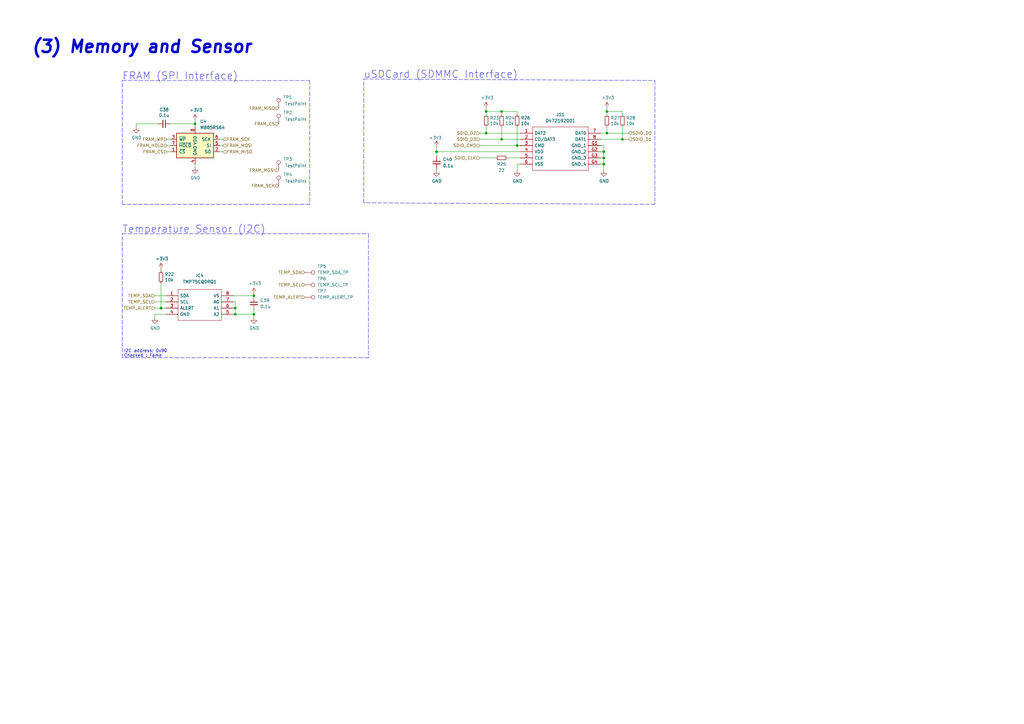
<source format=kicad_sch>
(kicad_sch (version 20211123) (generator eeschema)
  (paper "A3")
  (title_block (title "Power") (date "2021-12-27") (rev "REV1") (company "FIBO") (comment 2 "Design By Kittitouch Lelapiyamit"))
  (lib_symbols
    (symbol "0472192001:0472192001" (pin_names (offset 0.762))
      (property "Reference" "J" (at 29.21 7.62 0))
      (property "Value" "0472192001" (at 29.21 5.08 0))
      (symbol "0472192001_0_0"
        (pin passive line (at 0 0 0) (length 5.08) (name "DAT2") (number "1"))
        (pin passive line (at 0 -2.54 0) (length 5.08) (name "CD/DAT3") (number "2"))
        (pin passive line (at 0 -5.08 0) (length 5.08) (name "CMD") (number "3"))
        (pin passive line (at 0 -7.62 0) (length 5.08) (name "VDD") (number "4"))
        (pin passive line (at 0 -10.16 0) (length 5.08) (name "CLK") (number "5"))
        (pin passive line (at 0 -12.7 0) (length 5.08) (name "VSS") (number "6"))
        (pin passive line (at 33.02 0 180) (length 5.08) (name "DAT0") (number "7"))
        (pin passive line (at 33.02 -2.54 180) (length 5.08) (name "DAT1") (number "8"))
        (pin passive line (at 33.02 -5.08 180) (length 5.08) (name "GND_1") (number "G1"))
        (pin passive line (at 33.02 -7.62 180) (length 5.08) (name "GND_2") (number "G2"))
        (pin passive line (at 33.02 -10.16 180) (length 5.08) (name "GND_3") (number "G3"))
        (pin passive line (at 33.02 -12.7 180) (length 5.08) (name "GND_4") (number "G4"))
      )
      (symbol "0472192001_0_1"
        (polyline (pts (xy 5.08 2.54) (xy 27.94 2.54) (xy 27.94 -15.24) (xy 5.08 -15.24) (xy 5.08 2.54)) (stroke (width 0.1524)))
      )
    )
    (symbol "Connector:TestPoint" (pin_numbers hide) (pin_names (offset 0.762) hide)
      (property "Reference" "TP" (at 0 6.858 0))
      (property "Value" "TestPoint" (at 0 5.08 0))
      (symbol "TestPoint_0_1"
        (circle (center 0 3.302) (radius 0.762))
      )
      (symbol "TestPoint_1_1"
        (pin passive line (at 0 0 90) (length 2.54) (name "1") (number "1"))
      )
    )
    (symbol "Device:C_Small" (pin_numbers hide) (pin_names (offset 0.254) hide)
      (property "Reference" "C" (at 0.254 1.778 0))
      (property "Value" "C_Small" (at 0.254 -2.032 0))
      (symbol "C_Small_0_1"
        (polyline (pts (xy -1.524 -0.508) (xy 1.524 -0.508)) (stroke (width 0.3302)))
        (polyline (pts (xy -1.524 0.508) (xy 1.524 0.508)) (stroke (width 0.3048)))
      )
      (symbol "C_Small_1_1"
        (pin passive line (at 0 2.54 270) (length 2.032) (name "~") (number "1"))
        (pin passive line (at 0 -2.54 90) (length 2.032) (name "~") (number "2"))
      )
    )
    (symbol "Device:R_Small" (pin_numbers hide) (pin_names (offset 0.254) hide)
      (property "Reference" "R" (at 0.762 0.508 0))
      (property "Value" "R_Small" (at 0.762 -1.016 0))
      (symbol "R_Small_0_1"
        (rectangle (start -0.762 1.778) (end 0.762 -1.778) (stroke (width 0.2032)))
      )
      (symbol "R_Small_1_1"
        (pin passive line (at 0 2.54 270) (length 0.762) (name "~") (number "1"))
        (pin passive line (at 0 -2.54 90) (length 0.762) (name "~") (number "2"))
      )
    )
    (symbol "Memory_NVRAM:MB85RS64" (pin_names (offset 1.016))
      (property "Reference" "U" (at -7.62 6.35 0))
      (property "Value" "MB85RS64" (at 1.27 6.35 0))
      (symbol "MB85RS64_0_1"
        (rectangle (start -7.62 5.08) (end 7.62 -5.08) (stroke (width 0.254)) (fill (type background)))
      )
      (symbol "MB85RS64_1_1"
        (pin input line (at -10.16 -2.54 0) (length 2.54) (name "~{CS}") (number "1"))
        (pin output line (at 10.16 -2.54 180) (length 2.54) (name "SO") (number "2"))
        (pin input line (at -10.16 2.54 0) (length 2.54) (name "~{WP}") (number "3"))
        (pin power_in line (at 0 -7.62 90) (length 2.54) (name "GND") (number "4"))
        (pin input line (at 10.16 0 180) (length 2.54) (name "SI") (number "5"))
        (pin input line (at 10.16 2.54 180) (length 2.54) (name "SCK") (number "6"))
        (pin input line (at -10.16 0 0) (length 2.54) (name "~{HOLD}") (number "7"))
        (pin power_in line (at 0 7.62 270) (length 2.54) (name "VDD") (number "8"))
      )
    )
    (symbol "TMP75CQDRQ1:TMP75CQDRQ1" (pin_names (offset 0.762))
      (property "Reference" "IC" (at 24.13 7.62 0))
      (property "Value" "TMP75CQDRQ1" (at 24.13 5.08 0))
      (symbol "TMP75CQDRQ1_0_0"
        (pin passive line (at 0 0 0) (length 5.08) (name "SDA") (number "1"))
        (pin passive line (at 0 -2.54 0) (length 5.08) (name "SCL") (number "2"))
        (pin passive line (at 0 -5.08 0) (length 5.08) (name "ALERT") (number "3"))
        (pin passive line (at 0 -7.62 0) (length 5.08) (name "GND") (number "4"))
        (pin passive line (at 27.94 -7.62 180) (length 5.08) (name "A2") (number "5"))
        (pin passive line (at 27.94 -5.08 180) (length 5.08) (name "A1") (number "6"))
        (pin passive line (at 27.94 -2.54 180) (length 5.08) (name "A0") (number "7"))
        (pin passive line (at 27.94 0 180) (length 5.08) (name "VS") (number "8"))
      )
      (symbol "TMP75CQDRQ1_0_1"
        (polyline (pts (xy 5.08 2.54) (xy 22.86 2.54) (xy 22.86 -10.16) (xy 5.08 -10.16) (xy 5.08 2.54)) (stroke (width 0.1524)))
      )
    )
    (symbol "power:+3.3V" (power) (pin_names (offset 0))
      (property "Value" "+3.3V" (at 0 3.556 0))
      (symbol "+3.3V_0_1"
        (polyline (pts (xy -0.762 1.27) (xy 0 2.54)))
        (polyline (pts (xy 0 0) (xy 0 2.54)))
        (polyline (pts (xy 0 2.54) (xy 0.762 1.27)))
      )
      (symbol "+3.3V_1_1"
        (pin power_in line (at 0 0 90) (length 0) hide (name "+3V3") (number "1"))
      )
    )
    (symbol "power:GND" (power) (pin_names (offset 0))
      (property "Value" "GND" (at 0 -3.81 0))
      (symbol "GND_0_1"
        (polyline (pts (xy 0 0) (xy 0 -1.27) (xy 1.27 -1.27) (xy 0 -2.54) (xy -1.27 -1.27) (xy 0 -1.27)))
      )
      (symbol "GND_1_1"
        (pin power_in line (at 0 0 270) (length 0) hide (name "GND") (number "1"))
      )
    )
  )
  (junction (at 179.07 62.23))
  (junction (at 247.65 67.31))
  (junction (at 205.74 45.72))
  (junction (at 199.39 45.72))
  (junction (at 96.52 126.365))
  (junction (at 247.65 64.77))
  (junction (at 248.92 45.72))
  (junction (at 212.09 59.69))
  (junction (at 80.01 50.8))
  (junction (at 104.14 128.905))
  (junction (at 96.52 128.905))
  (junction (at 199.39 54.61))
  (junction (at 247.65 62.23))
  (junction (at 205.74 57.15))
  (junction (at 104.14 121.285))
  (junction (at 255.27 57.15))
  (junction (at 66.04 126.365))
  (junction (at 248.92 54.61))
  (polyline (pts (xy 151.13 146.685) (xy 50.165 146.685)))
  (wire (pts (xy 55.88 50.8) (xy 64.77 50.8)))
  (wire (pts (xy 63.5 128.905) (xy 63.5 130.175)))
  (wire (pts (xy 196.85 59.69) (xy 212.09 59.69)))
  (wire (pts (xy 63.5 123.825) (xy 67.945 123.825)))
  (wire (pts (xy 196.85 64.77) (xy 203.2 64.77)))
  (wire (pts (xy 246.38 64.77) (xy 247.65 64.77)))
  (wire (pts (xy 212.09 67.31) (xy 212.09 69.85)))
  (wire (pts (xy 95.885 123.825) (xy 96.52 123.825)))
  (wire (pts (xy 179.07 69.85) (xy 179.07 69.215)))
  (wire (pts (xy 199.39 44.45) (xy 199.39 45.72)))
  (wire (pts (xy 96.52 126.365) (xy 96.52 128.905)))
  (wire (pts (xy 213.36 54.61) (xy 199.39 54.61)))
  (wire (pts (xy 247.65 67.31) (xy 247.65 69.85)))
  (wire (pts (xy 248.92 54.61) (xy 257.81 54.61)))
  (polyline (pts (xy 50.165 95.885) (xy 151.13 95.885)))
  (wire (pts (xy 66.04 126.365) (xy 66.04 116.205)))
  (wire (pts (xy 205.74 57.15) (xy 213.36 57.15)))
  (wire (pts (xy 91.44 62.23) (xy 90.17 62.23)))
  (polyline (pts (xy 50.165 83.82) (xy 50.165 33.02)))
  (wire (pts (xy 248.92 45.72) (xy 255.27 45.72)))
  (wire (pts (xy 63.5 121.285) (xy 67.945 121.285)))
  (wire (pts (xy 96.52 123.825) (xy 96.52 126.365)))
  (wire (pts (xy 80.01 50.8) (xy 80.01 52.07)))
  (wire (pts (xy 247.65 64.77) (xy 247.65 67.31)))
  (wire (pts (xy 91.44 59.69) (xy 90.17 59.69)))
  (polyline (pts (xy 127 33.02) (xy 127 83.82)))
  (wire (pts (xy 248.92 45.72) (xy 248.92 46.99)))
  (polyline (pts (xy 50.165 33.02) (xy 127 33.02)))
  (wire (pts (xy 199.39 45.72) (xy 205.74 45.72)))
  (polyline (pts (xy 268.605 83.82) (xy 149.225 83.185)))
  (wire (pts (xy 246.38 59.69) (xy 247.65 59.69)))
  (wire (pts (xy 179.07 62.23) (xy 213.36 62.23)))
  (wire (pts (xy 66.04 110.49) (xy 66.04 111.125)))
  (wire (pts (xy 69.85 62.23) (xy 68.58 62.23)))
  (wire (pts (xy 247.65 62.23) (xy 247.65 64.77)))
  (wire (pts (xy 196.85 57.15) (xy 205.74 57.15)))
  (wire (pts (xy 205.74 45.72) (xy 205.74 46.99)))
  (wire (pts (xy 255.27 45.72) (xy 255.27 46.99)))
  (wire (pts (xy 199.39 52.07) (xy 199.39 54.61)))
  (wire (pts (xy 63.5 126.365) (xy 66.04 126.365)))
  (polyline (pts (xy 151.13 95.885) (xy 151.13 146.685)))
  (wire (pts (xy 104.14 121.285) (xy 104.14 121.92)))
  (wire (pts (xy 255.27 52.07) (xy 255.27 57.15)))
  (wire (pts (xy 67.945 128.905) (xy 63.5 128.905)))
  (wire (pts (xy 199.39 45.72) (xy 199.39 46.99)))
  (wire (pts (xy 104.14 128.905) (xy 104.14 130.175)))
  (wire (pts (xy 80.01 67.31) (xy 80.01 68.58)))
  (wire (pts (xy 212.09 46.99) (xy 212.09 45.72)))
  (wire (pts (xy 80.01 49.53) (xy 80.01 50.8)))
  (wire (pts (xy 246.38 62.23) (xy 247.65 62.23)))
  (wire (pts (xy 179.07 60.325) (xy 179.07 62.23)))
  (wire (pts (xy 95.885 126.365) (xy 96.52 126.365)))
  (wire (pts (xy 95.885 121.285) (xy 104.14 121.285)))
  (wire (pts (xy 55.88 52.07) (xy 55.88 50.8)))
  (polyline (pts (xy 127 83.82) (xy 50.165 83.82)))
  (wire (pts (xy 246.38 67.31) (xy 247.65 67.31)))
  (wire (pts (xy 96.52 128.905) (xy 104.14 128.905)))
  (wire (pts (xy 246.38 57.15) (xy 255.27 57.15)))
  (wire (pts (xy 205.74 52.07) (xy 205.74 57.15)))
  (wire (pts (xy 96.52 128.905) (xy 95.885 128.905)))
  (wire (pts (xy 104.14 127) (xy 104.14 128.905)))
  (wire (pts (xy 248.92 52.07) (xy 248.92 54.61)))
  (wire (pts (xy 69.85 57.15) (xy 68.58 57.15)))
  (wire (pts (xy 80.01 50.8) (xy 69.85 50.8)))
  (wire (pts (xy 199.39 54.61) (xy 196.85 54.61)))
  (wire (pts (xy 68.58 59.69) (xy 69.85 59.69)))
  (wire (pts (xy 247.65 59.69) (xy 247.65 62.23)))
  (wire (pts (xy 212.09 45.72) (xy 205.74 45.72)))
  (polyline (pts (xy 149.225 32.385) (xy 268.605 33.02)))
  (wire (pts (xy 248.92 44.45) (xy 248.92 45.72)))
  (wire (pts (xy 67.945 126.365) (xy 66.04 126.365)))
  (wire (pts (xy 212.09 52.07) (xy 212.09 59.69)))
  (wire (pts (xy 179.07 62.23) (xy 179.07 64.135)))
  (wire (pts (xy 213.36 64.77) (xy 208.28 64.77)))
  (wire (pts (xy 104.14 120.65) (xy 104.14 121.285)))
  (wire (pts (xy 246.38 54.61) (xy 248.92 54.61)))
  (polyline (pts (xy 149.225 83.185) (xy 149.225 32.385)))
  (wire (pts (xy 91.44 57.15) (xy 90.17 57.15)))
  (polyline (pts (xy 50.165 146.685) (xy 50.165 95.885)))
  (wire (pts (xy 255.27 57.15) (xy 257.81 57.15)))
  (polyline (pts (xy 268.605 33.02) (xy 268.605 83.82)))
  (wire (pts (xy 212.09 67.31) (xy 213.36 67.31)))
  (wire (pts (xy 212.09 59.69) (xy 213.36 59.69)))
  (text "Temperature Sensor (I2C)" (at 50.165 95.885 0) (effects (font (size 3 3)) (justify left bottom)))
  (text "uSDCard (SDMMC Interface)" (at 149.225 32.385 0) (effects (font (size 3 3)) (justify left bottom)))
  (text "Checked : Fame\n" (at 50.8 146.685 0) (effects (font (size 1.27 1.27)) (justify left bottom)))
  (text "I2C address: 0x90\n" (at 50.8 144.78 0) (effects (font (size 1.27 1.27)) (justify left bottom)))
  (text "FRAM (SPI Interface)" (at 50.165 33.02 0) (effects (font (size 3 3)) (justify left bottom)))
  (text "(3) Memory and Sensor" (at 12.7 22.225 0) (effects (font (size 5 5) (thickness 1) bold italic) (justify left bottom)))
  (hierarchical_label "FRAM_WP" (shape input) (at 68.58 57.15 180))
  (hierarchical_label "TEMP_ALERT" (shape input) (at 125.095 121.92 180))
  (hierarchical_label "SDIO_CMD" (shape input) (at 196.85 59.69 180))
  (hierarchical_label "SDIO_D0" (shape input) (at 257.81 54.61 0))
  (hierarchical_label "SDIO_D3" (shape input) (at 196.85 57.15 180))
  (hierarchical_label "FRAM_MOSI" (shape input) (at 91.44 59.69 0))
  (hierarchical_label "TEMP_ALERT" (shape input) (at 63.5 126.365 180))
  (hierarchical_label "FRAM_MOSI" (shape input) (at 114.3 69.85 180))
  (hierarchical_label "FRAM_SCK" (shape input) (at 91.44 57.15 0))
  (hierarchical_label "FRAM_CS" (shape input) (at 68.58 62.23 180))
  (hierarchical_label "TEMP_SCL" (shape input) (at 63.5 123.825 180))
  (hierarchical_label "SDIO_D1" (shape input) (at 257.81 57.15 0))
  (hierarchical_label "TEMP_SCL" (shape input) (at 125.095 116.84 180))
  (hierarchical_label "TEMP_SDA" (shape input) (at 63.5 121.285 180))
  (hierarchical_label "FRAM_MISO" (shape input) (at 114.3 44.45 180))
  (hierarchical_label "SDIO_CLK" (shape input) (at 196.85 64.77 180))
  (hierarchical_label "FRAM_SCK" (shape input) (at 114.3 76.2 180))
  (hierarchical_label "FRAM_MISO" (shape input) (at 91.44 62.23 0))
  (hierarchical_label "FRAM_HOLD" (shape input) (at 68.58 59.69 180))
  (hierarchical_label "FRAM_CS" (shape input) (at 114.3 50.8 180))
  (hierarchical_label "TEMP_SDA" (shape input) (at 125.095 111.76 180))
  (hierarchical_label "SDIO_D2" (shape input) (at 196.85 54.61 180))
  (symbol (lib_id "Device:R_Small") (at 66.04 113.665 0) (unit 1)
    (property "Reference" "R22" (at 67.5386 112.4966 0) (effects (justify left)))
    (property "Value" "10k" (at 67.5386 114.808 0) (effects (justify left)))
    (property "Footprint" "Resistor_SMD:R_0603_1608Metric_Pad0.98x0.95mm_HandSolder" (effects hide))
  )
  (symbol (lib_id "Device:C_Small") (at 179.07 66.675 0) (unit 1)
    (property "Reference" "C40" (at 181.61 65.4112 0) (effects (justify left)))
    (property "Value" "0.1u" (at 181.61 67.9512 0) (effects (justify left)))
    (property "Footprint" "Capacitor_SMD:C_0603_1608Metric_Pad1.08x0.95mm_HandSolder" (effects hide))
  )
  (symbol (lib_id "Connector:TestPoint") (at 114.3 44.45 0) (unit 1)
    (property "Reference" "TP1" (at 116.205 39.8779 0) (effects (justify left)))
    (property "Value" "TestPoint" (at 116.84 42.545 0) (effects (justify left)))
    (property "Footprint" "TestPoint:TestPoint_THTPad_1.5x1.5mm_Drill0.7mm" (effects hide))
  )
  (symbol (lib_id "Device:R_Small") (at 248.92 49.53 0) (unit 1)
    (property "Reference" "R27" (at 250.4186 48.3616 0) (effects (justify left)))
    (property "Value" "10k" (at 250.4186 50.673 0) (effects (justify left)))
    (property "Footprint" "Resistor_SMD:R_0603_1608Metric_Pad0.98x0.95mm_HandSolder" (effects hide))
  )
  (symbol (lib_id "Device:R_Small") (at 205.74 64.77 90) (unit 1)
    (property "Reference" "R25" (at 205.74 67.31 90))
    (property "Value" "22" (at 205.74 69.85 90))
    (property "Footprint" "Resistor_SMD:R_0603_1608Metric_Pad0.98x0.95mm_HandSolder" (effects hide))
  )
  (symbol (lib_id "power:+3.3V") (at 104.14 120.65 0) (unit 1)
    (property "Reference" "#PWR087" (effects hide))
    (property "Value" "+3.3V" (at 104.521 116.2558 0))
  )
  (symbol (lib_id "Device:C_Small") (at 104.14 124.46 0) (unit 1)
    (property "Reference" "C39" (at 106.68 123.1962 0) (effects (justify left)))
    (property "Value" "0.1u" (at 106.68 125.7362 0) (effects (justify left)))
    (property "Footprint" "Capacitor_SMD:C_0603_1608Metric_Pad1.08x0.95mm_HandSolder" (effects hide))
  )
  (symbol (lib_id "power:GND") (at 63.5 130.175 0) (unit 1)
    (property "Reference" "#PWR083" (effects hide))
    (property "Value" "GND" (at 63.627 134.5692 0))
  )
  (symbol (lib_id "power:+3.3V") (at 80.01 49.53 0) (unit 1)
    (property "Reference" "#PWR085" (effects hide))
    (property "Value" "+3.3V" (at 80.391 45.1358 0))
  )
  (symbol (lib_id "power:+3.3V") (at 179.07 60.325 0) (unit 1)
    (property "Reference" "#PWR089" (effects hide))
    (property "Value" "+3.3V" (at 175.895 56.515 0) (effects (justify left)))
  )
  (symbol (lib_id "power:+3.3V") (at 199.39 44.45 0) (unit 1)
    (property "Reference" "#PWR091" (effects hide))
    (property "Value" "+3.3V" (at 199.771 40.0558 0))
  )
  (symbol (lib_id "power:GND") (at 80.01 68.58 0) (unit 1)
    (property "Reference" "#PWR086" (effects hide))
    (property "Value" "GND" (at 80.137 72.9742 0))
  )
  (symbol (lib_id "power:GND") (at 212.09 69.85 0) (unit 1)
    (property "Reference" "#PWR092" (effects hide))
    (property "Value" "GND" (at 212.217 74.2442 0))
  )
  (symbol (lib_id "power:+3.3V") (at 248.92 44.45 0) (unit 1)
    (property "Reference" "#PWR094" (effects hide))
    (property "Value" "+3.3V" (at 249.301 40.0558 0))
  )
  (symbol (lib_id "Connector:TestPoint") (at 125.095 111.76 270) (unit 1)
    (property "Reference" "TP5" (at 130.175 109.22 90) (effects (justify left)))
    (property "Value" "TEMP_SDA_TP" (at 130.175 111.76 90) (effects (justify left)))
    (property "Footprint" "TestPoint:TestPoint_THTPad_1.5x1.5mm_Drill0.7mm" (effects hide))
  )
  (symbol (lib_id "Connector:TestPoint") (at 114.3 69.85 0) (unit 1)
    (property "Reference" "TP3" (at 116.205 65.2779 0) (effects (justify left)))
    (property "Value" "TestPoint" (at 116.84 67.945 0) (effects (justify left)))
    (property "Footprint" "TestPoint:TestPoint_THTPad_1.5x1.5mm_Drill0.7mm" (effects hide))
  )
  (symbol (lib_id "power:GND") (at 179.07 69.85 0) (unit 1)
    (property "Reference" "#PWR090" (effects hide))
    (property "Value" "GND" (at 179.197 74.2442 0))
  )
  (symbol (lib_id "Connector:TestPoint") (at 114.3 76.2 0) (unit 1)
    (property "Reference" "TP4" (at 116.205 71.6279 0) (effects (justify left)))
    (property "Value" "TestPoint" (at 116.84 74.295 0) (effects (justify left)))
    (property "Footprint" "TestPoint:TestPoint_THTPad_1.5x1.5mm_Drill0.7mm" (effects hide))
  )
  (symbol (lib_id "0472192001:0472192001") (at 213.36 54.61 0) (unit 1)
    (property "Reference" "J11" (at 229.87 46.99 0))
    (property "Value" "0472192001" (at 229.87 49.53 0))
    (property "Footprint" "0472192001:0472192001" (effects hide))
    (property "Datasheet" "https://www.molex.com/pdm_docs/sd/472192001_sd.pdf" (effects hide))
    (property "Description" "Memory Card Connectors 1.10MM MICRO SD 08P HINGE TYPE" (effects hide))
    (property "Height" "1.9" (effects hide))
    (property "Manufacturer_Name" "Molex" (effects hide))
    (property "Manufacturer_Part_Number" "0472192001" (effects hide))
    (property "Mouser Part Number" "N/A" (effects hide))
    (property "Mouser Price/Stock" "https://www.mouser.com/Search/Refine.aspx?Keyword=N%2FA" (effects hide))
    (property "Arrow Part Number" "0472192001" (effects hide))
    (property "Arrow Price/Stock" "https://www.arrow.com/en/products/0472192001/molex" (effects hide))
  )
  (symbol (lib_id "Connector:TestPoint") (at 114.3 50.8 0) (unit 1)
    (property "Reference" "TP2" (at 116.205 46.2279 0) (effects (justify left)))
    (property "Value" "TestPoint" (at 116.84 48.895 0) (effects (justify left)))
    (property "Footprint" "TestPoint:TestPoint_THTPad_1.5x1.5mm_Drill0.7mm" (effects hide))
  )
  (symbol (lib_id "power:GND") (at 55.88 52.07 0) (unit 1)
    (property "Reference" "#PWR082" (effects hide))
    (property "Value" "GND" (at 56.007 56.4642 0))
  )
  (symbol (lib_id "Device:R_Small") (at 212.09 49.53 0) (unit 1)
    (property "Reference" "R26" (at 213.5886 48.3616 0) (effects (justify left)))
    (property "Value" "10k" (at 213.5886 50.673 0) (effects (justify left)))
    (property "Footprint" "Resistor_SMD:R_0603_1608Metric_Pad0.98x0.95mm_HandSolder" (effects hide))
  )
  (symbol (lib_id "power:GND") (at 247.65 69.85 0) (unit 1)
    (property "Reference" "#PWR093" (effects hide))
    (property "Value" "GND" (at 247.777 74.2442 0))
  )
  (symbol (lib_id "power:+3.3V") (at 66.04 110.49 0) (unit 1)
    (property "Reference" "#PWR084" (effects hide))
    (property "Value" "+3.3V" (at 66.421 106.0958 0))
  )
  (symbol (lib_id "Device:R_Small") (at 199.39 49.53 0) (unit 1)
    (property "Reference" "R23" (at 200.8886 48.3616 0) (effects (justify left)))
    (property "Value" "10k" (at 200.8886 50.673 0) (effects (justify left)))
    (property "Footprint" "Resistor_SMD:R_0603_1608Metric_Pad0.98x0.95mm_HandSolder" (effects hide))
  )
  (symbol (lib_id "Device:R_Small") (at 255.27 49.53 0) (unit 1)
    (property "Reference" "R28" (at 256.7686 48.3616 0) (effects (justify left)))
    (property "Value" "10k" (at 256.7686 50.673 0) (effects (justify left)))
    (property "Footprint" "Resistor_SMD:R_0603_1608Metric_Pad0.98x0.95mm_HandSolder" (effects hide))
  )
  (symbol (lib_id "Device:C_Small") (at 67.31 50.8 270) (unit 1)
    (property "Reference" "C38" (at 67.31 44.9834 90))
    (property "Value" "0.1u" (at 67.31 47.2948 90))
    (property "Footprint" "Capacitor_SMD:C_0603_1608Metric_Pad1.08x0.95mm_HandSolder" (effects hide))
  )
  (symbol (lib_id "Memory_NVRAM:MB85RS64") (at 80.01 59.69 0) (unit 1)
    (property "Reference" "U4" (at 82.0294 49.784 0) (effects (justify left)))
    (property "Value" "MB85RS64" (at 82.0294 52.324 0) (effects (justify left)))
    (property "Footprint" "Package_SO:SSOP-8_3.9x5.05mm_P1.27mm" (effects hide))
    (property "Datasheet" "http://www.fujitsu.com/downloads/MICRO/fme/fram/datasheet-MB85RS64.pdf" (effects hide))
  )
  (symbol (lib_id "Connector:TestPoint") (at 125.095 121.92 270) (unit 1)
    (property "Reference" "TP7" (at 130.175 119.38 90) (effects (justify left)))
    (property "Value" "TEMP_ALERT_TP" (at 130.175 121.92 90) (effects (justify left)))
    (property "Footprint" "TestPoint:TestPoint_THTPad_1.5x1.5mm_Drill0.7mm" (effects hide))
  )
  (symbol (lib_id "Device:R_Small") (at 205.74 49.53 0) (unit 1)
    (property "Reference" "R24" (at 207.2386 48.3616 0) (effects (justify left)))
    (property "Value" "10k" (at 207.2386 50.673 0) (effects (justify left)))
    (property "Footprint" "Resistor_SMD:R_0603_1608Metric_Pad0.98x0.95mm_HandSolder" (effects hide))
  )
  (symbol (lib_id "power:GND") (at 104.14 130.175 0) (unit 1)
    (property "Reference" "#PWR088" (effects hide))
    (property "Value" "GND" (at 104.267 134.5692 0))
  )
  (symbol (lib_id "Connector:TestPoint") (at 125.095 116.84 270) (unit 1)
    (property "Reference" "TP6" (at 130.175 114.3 90) (effects (justify left)))
    (property "Value" "TEMP_SCL_TP" (at 130.175 116.84 90) (effects (justify left)))
    (property "Footprint" "TestPoint:TestPoint_THTPad_1.5x1.5mm_Drill0.7mm" (effects hide))
  )
  (symbol (lib_id "TMP75CQDRQ1:TMP75CQDRQ1") (at 67.945 121.285 0) (unit 1)
    (property "Reference" "IC4" (at 81.915 113.03 0))
    (property "Value" "TMP75CQDRQ1" (at 81.915 115.57 0))
    (property "Footprint" "TMP75CQDRQ1:SOIC127P600X175-8N" (effects hide))
    (property "Datasheet" "http://www.ti.com/lit/gpn/tmp75c-q1" (effects hide))
    (property "Description" "1C Accuracy, Digital Temp Sensor w/ 2-Wire Interface & Alert" (effects hide))
    (property "Height" "1.75" (effects hide))
    (property "Manufacturer_Name" "Texas Instruments" (effects hide))
    (property "Manufacturer_Part_Number" "TMP75CQDRQ1" (effects hide))
    (property "Mouser Part Number" "595-TMP75CQDRQ1" (effects hide))
    (property "Mouser Price/Stock" "https://www.mouser.co.uk/ProductDetail/Texas-Instruments/TMP75CQDRQ1?qs=0C8XhJW8e4rRSEgU5J%252BNEg%3D%3D" (effects hide))
    (property "Arrow Part Number" "TMP75CQDRQ1" (effects hide))
    (property "Arrow Price/Stock" "https://www.arrow.com/en/products/tmp75cqdrq1/texas-instruments?region=nac" (effects hide))
  )
)
</source>
